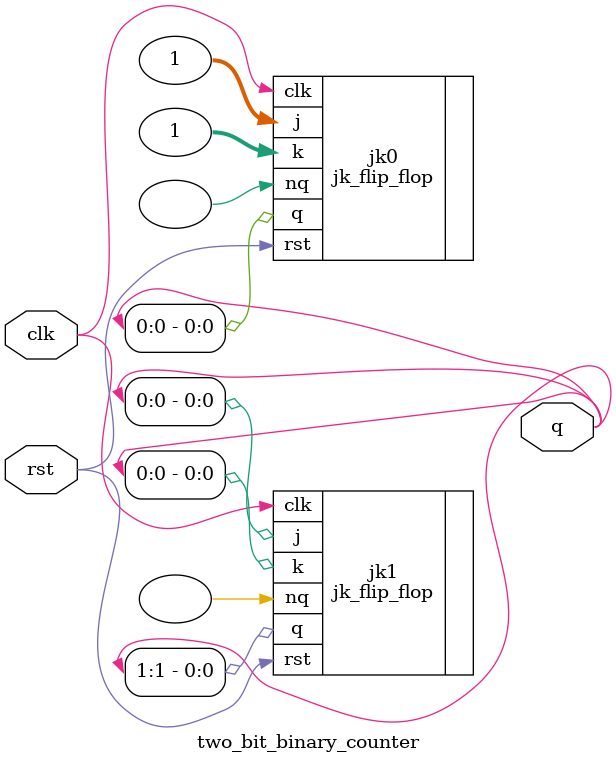
<source format=v>
`timescale 1ns / 1ps

module two_bit_binary_counter(clk, rst, q);
    input clk, rst;
    output [1:0] q;

    jk_flip_flop jk0(.j(1), .k(1), .clk(clk), .rst(rst), .q(q[0]), .nq());
    jk_flip_flop jk1(.j(q[0]), .k(q[0]), .clk(clk), .rst(rst), .q(q[1]), .nq());

endmodule

</source>
